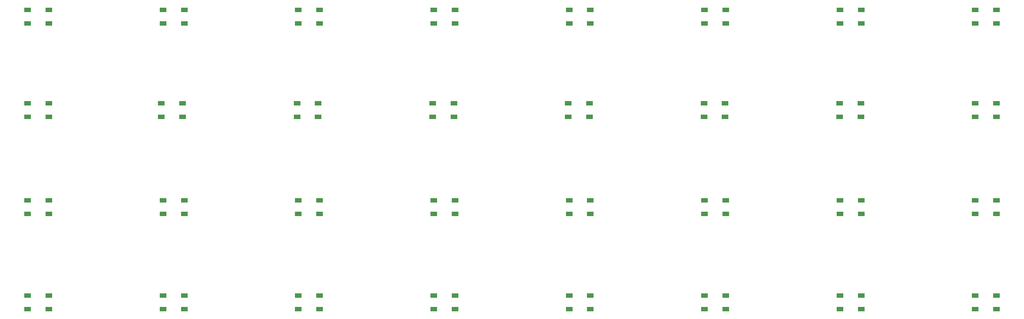
<source format=gbr>
%TF.GenerationSoftware,KiCad,Pcbnew,(5.1.10)-1*%
%TF.CreationDate,2021-06-03T19:49:57-05:00*%
%TF.ProjectId,step_led_panel,73746570-5f6c-4656-945f-70616e656c2e,rev?*%
%TF.SameCoordinates,Original*%
%TF.FileFunction,Paste,Top*%
%TF.FilePolarity,Positive*%
%FSLAX46Y46*%
G04 Gerber Fmt 4.6, Leading zero omitted, Abs format (unit mm)*
G04 Created by KiCad (PCBNEW (5.1.10)-1) date 2021-06-03 19:49:57*
%MOMM*%
%LPD*%
G01*
G04 APERTURE LIST*
%ADD10R,1.500000X1.000000*%
G04 APERTURE END LIST*
D10*
%TO.C,LED21*%
X127452856Y-47506666D03*
X127452856Y-50706666D03*
X132352856Y-47506666D03*
X132352856Y-50706666D03*
%TD*%
%TO.C,LED32*%
X221070000Y-69520000D03*
X221070000Y-72720000D03*
X225970000Y-69520000D03*
X225970000Y-72720000D03*
%TD*%
%TO.C,LED31*%
X189864284Y-69520000D03*
X189864284Y-72720000D03*
X194764284Y-69520000D03*
X194764284Y-72720000D03*
%TD*%
%TO.C,LED30*%
X158658570Y-69520000D03*
X158658570Y-72720000D03*
X163558570Y-69520000D03*
X163558570Y-72720000D03*
%TD*%
%TO.C,LED29*%
X127452856Y-69520000D03*
X127452856Y-72720000D03*
X132352856Y-69520000D03*
X132352856Y-72720000D03*
%TD*%
%TO.C,LED28*%
X96247142Y-69520000D03*
X96247142Y-72720000D03*
X101147142Y-69520000D03*
X101147142Y-72720000D03*
%TD*%
%TO.C,LED27*%
X65041428Y-69520000D03*
X65041428Y-72720000D03*
X69941428Y-69520000D03*
X69941428Y-72720000D03*
%TD*%
%TO.C,LED26*%
X33835714Y-69520000D03*
X33835714Y-72720000D03*
X38735714Y-69520000D03*
X38735714Y-72720000D03*
%TD*%
%TO.C,LED25*%
X2630000Y-69520000D03*
X2630000Y-72720000D03*
X7530000Y-69520000D03*
X7530000Y-72720000D03*
%TD*%
%TO.C,LED24*%
X221070000Y-47506666D03*
X221070000Y-50706666D03*
X225970000Y-47506666D03*
X225970000Y-50706666D03*
%TD*%
%TO.C,LED23*%
X189864284Y-47506666D03*
X189864284Y-50706666D03*
X194764284Y-47506666D03*
X194764284Y-50706666D03*
%TD*%
%TO.C,LED22*%
X158658570Y-47506666D03*
X158658570Y-50706666D03*
X163558570Y-47506666D03*
X163558570Y-50706666D03*
%TD*%
%TO.C,LED20*%
X96247142Y-47506666D03*
X96247142Y-50706666D03*
X101147142Y-47506666D03*
X101147142Y-50706666D03*
%TD*%
%TO.C,LED19*%
X65041428Y-47506666D03*
X65041428Y-50706666D03*
X69941428Y-47506666D03*
X69941428Y-50706666D03*
%TD*%
%TO.C,LED18*%
X33835714Y-47506666D03*
X33835714Y-50706666D03*
X38735714Y-47506666D03*
X38735714Y-50706666D03*
%TD*%
%TO.C,LED17*%
X2630000Y-47506666D03*
X2630000Y-50706666D03*
X7530000Y-47506666D03*
X7530000Y-50706666D03*
%TD*%
%TO.C,LED16*%
X221070000Y-25070000D03*
X221070000Y-28270000D03*
X225970000Y-25070000D03*
X225970000Y-28270000D03*
%TD*%
%TO.C,LED15*%
X189798572Y-25070000D03*
X189798572Y-28270000D03*
X194698572Y-25070000D03*
X194698572Y-28270000D03*
%TD*%
%TO.C,LED14*%
X158527144Y-25070000D03*
X158527144Y-28270000D03*
X163427144Y-25070000D03*
X163427144Y-28270000D03*
%TD*%
%TO.C,LED13*%
X127255716Y-25070000D03*
X127255716Y-28270000D03*
X132155716Y-25070000D03*
X132155716Y-28270000D03*
%TD*%
%TO.C,LED12*%
X95984288Y-25070000D03*
X95984288Y-28270000D03*
X100884288Y-25070000D03*
X100884288Y-28270000D03*
%TD*%
%TO.C,LED11*%
X64712860Y-25070000D03*
X64712860Y-28270000D03*
X69612860Y-25070000D03*
X69612860Y-28270000D03*
%TD*%
%TO.C,LED10*%
X33441432Y-25070000D03*
X33441432Y-28270000D03*
X38341432Y-25070000D03*
X38341432Y-28270000D03*
%TD*%
%TO.C,LED9*%
X2630000Y-25070000D03*
X2630000Y-28270000D03*
X7530000Y-25070000D03*
X7530000Y-28270000D03*
%TD*%
%TO.C,LED8*%
X221070000Y-3480000D03*
X221070000Y-6680000D03*
X225970000Y-3480000D03*
X225970000Y-6680000D03*
%TD*%
%TO.C,LED7*%
X189864284Y-3480000D03*
X189864284Y-6680000D03*
X194764284Y-3480000D03*
X194764284Y-6680000D03*
%TD*%
%TO.C,LED6*%
X158658570Y-3480000D03*
X158658570Y-6680000D03*
X163558570Y-3480000D03*
X163558570Y-6680000D03*
%TD*%
%TO.C,LED5*%
X127452856Y-3480000D03*
X127452856Y-6680000D03*
X132352856Y-3480000D03*
X132352856Y-6680000D03*
%TD*%
%TO.C,LED4*%
X96247142Y-3480000D03*
X96247142Y-6680000D03*
X101147142Y-3480000D03*
X101147142Y-6680000D03*
%TD*%
%TO.C,LED3*%
X65041428Y-3480000D03*
X65041428Y-6680000D03*
X69941428Y-3480000D03*
X69941428Y-6680000D03*
%TD*%
%TO.C,LED2*%
X33835714Y-3480000D03*
X33835714Y-6680000D03*
X38735714Y-3480000D03*
X38735714Y-6680000D03*
%TD*%
%TO.C,LED1*%
X2630000Y-3480000D03*
X2630000Y-6680000D03*
X7530000Y-3480000D03*
X7530000Y-6680000D03*
%TD*%
M02*

</source>
